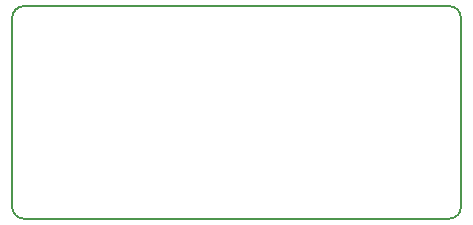
<source format=gm1>
G04 #@! TF.FileFunction,Profile,NP*
%FSLAX46Y46*%
G04 Gerber Fmt 4.6, Leading zero omitted, Abs format (unit mm)*
G04 Created by KiCad (PCBNEW (2016-07-14 BZR 6980)-product) date Sunday, 23 April 2017 'PMt' 23:05:11*
%MOMM*%
%LPD*%
G01*
G04 APERTURE LIST*
%ADD10C,0.150000*%
G04 APERTURE END LIST*
D10*
X149000000Y-80000000D02*
G75*
G03X148000000Y-81000000I0J-1000000D01*
G01*
X148000000Y-97000000D02*
G75*
G03X149000000Y-98000000I1000000J0D01*
G01*
X185000000Y-98000000D02*
G75*
G03X186000000Y-97000000I0J1000000D01*
G01*
X186000000Y-81000000D02*
G75*
G03X185000000Y-80000000I-1000000J0D01*
G01*
X148000000Y-97000000D02*
X148000000Y-81000000D01*
X185000000Y-98000000D02*
X149000000Y-98000000D01*
X186000000Y-81000000D02*
X186000000Y-97000000D01*
X149000000Y-80000000D02*
X185000000Y-80000000D01*
M02*

</source>
